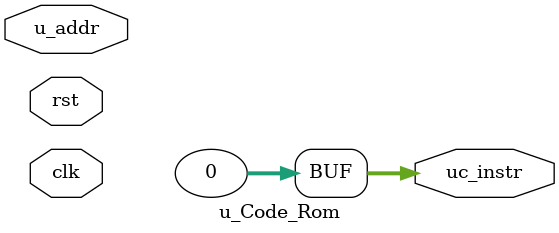
<source format=v>
module u_Code_Rom (
    input        clk, 
    input        rst,
    input  [7:0] u_addr,  
    output reg [31:0] uc_instr
);
    always @(*) begin
        case (u_addr)
            8'h00: uc_instr = 32'h00000000;
            default: uc_instr = 32'h00000000;
        endcase
    end
endmodule

</source>
